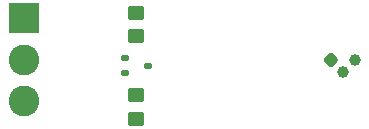
<source format=gbr>
%TF.GenerationSoftware,KiCad,Pcbnew,7.0.11-7.0.11~ubuntu22.04.1*%
%TF.CreationDate,2024-03-26T13:03:00+01:00*%
%TF.ProjectId,lasersender,6c617365-7273-4656-9e64-65722e6b6963,rev?*%
%TF.SameCoordinates,Original*%
%TF.FileFunction,Soldermask,Top*%
%TF.FilePolarity,Negative*%
%FSLAX46Y46*%
G04 Gerber Fmt 4.6, Leading zero omitted, Abs format (unit mm)*
G04 Created by KiCad (PCBNEW 7.0.11-7.0.11~ubuntu22.04.1) date 2024-03-26 13:03:00*
%MOMM*%
%LPD*%
G01*
G04 APERTURE LIST*
G04 Aperture macros list*
%AMRoundRect*
0 Rectangle with rounded corners*
0 $1 Rounding radius*
0 $2 $3 $4 $5 $6 $7 $8 $9 X,Y pos of 4 corners*
0 Add a 4 corners polygon primitive as box body*
4,1,4,$2,$3,$4,$5,$6,$7,$8,$9,$2,$3,0*
0 Add four circle primitives for the rounded corners*
1,1,$1+$1,$2,$3*
1,1,$1+$1,$4,$5*
1,1,$1+$1,$6,$7*
1,1,$1+$1,$8,$9*
0 Add four rect primitives between the rounded corners*
20,1,$1+$1,$2,$3,$4,$5,0*
20,1,$1+$1,$4,$5,$6,$7,0*
20,1,$1+$1,$6,$7,$8,$9,0*
20,1,$1+$1,$8,$9,$2,$3,0*%
G04 Aperture macros list end*
%ADD10RoundRect,0.112500X-0.237500X0.112500X-0.237500X-0.112500X0.237500X-0.112500X0.237500X0.112500X0*%
%ADD11RoundRect,0.250000X-0.450000X0.350000X-0.450000X-0.350000X0.450000X-0.350000X0.450000X0.350000X0*%
%ADD12RoundRect,0.250000X0.000000X-0.353553X0.353553X0.000000X0.000000X0.353553X-0.353553X0.000000X0*%
%ADD13C,1.000000*%
%ADD14R,2.600000X2.600000*%
%ADD15C,2.600000*%
G04 APERTURE END LIST*
D10*
%TO.C,Q1*%
X123000000Y-94850000D03*
X123000000Y-96150000D03*
X125000000Y-95500000D03*
%TD*%
D11*
%TO.C,R2*%
X124000000Y-98000000D03*
X124000000Y-100000000D03*
%TD*%
%TO.C,R1*%
X124000000Y-91000000D03*
X124000000Y-93000000D03*
%TD*%
D12*
%TO.C,LD1*%
X140500000Y-95000000D03*
D13*
X141500000Y-96000000D03*
X142500000Y-95000000D03*
%TD*%
D14*
%TO.C,J1*%
X114500000Y-91500000D03*
D15*
X114500000Y-95000000D03*
X114500000Y-98500000D03*
%TD*%
M02*

</source>
